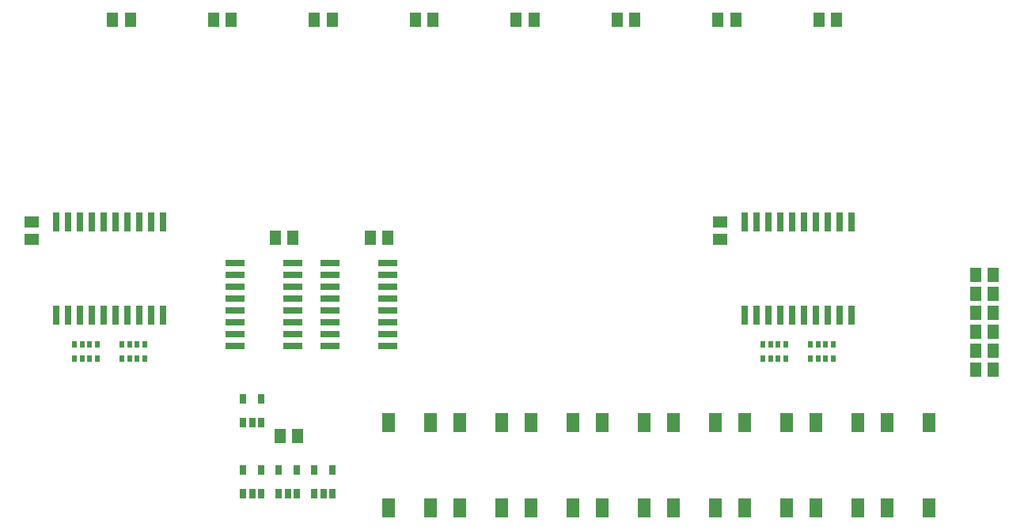
<source format=gbr>
G04 EAGLE Gerber RS-274X export*
G75*
%MOMM*%
%FSLAX34Y34*%
%LPD*%
%INSolderpaste Top*%
%IPPOS*%
%AMOC8*
5,1,8,0,0,1.08239X$1,22.5*%
G01*
%ADD10R,0.690000X0.990000*%
%ADD11R,0.660400X2.032000*%
%ADD12R,2.032000X0.660400*%
%ADD13R,1.300000X1.500000*%
%ADD14R,0.500000X0.800000*%
%ADD15R,1.397000X2.108200*%
%ADD16R,1.500000X1.300000*%


D10*
X346100Y164900D03*
X355600Y164900D03*
X365100Y164900D03*
X365100Y190800D03*
X346100Y190800D03*
D11*
X882650Y279908D03*
X895350Y279908D03*
X908050Y279908D03*
X920750Y279908D03*
X933450Y279908D03*
X946150Y279908D03*
X958850Y279908D03*
X971550Y279908D03*
X971550Y380492D03*
X958850Y380492D03*
X946150Y380492D03*
X933450Y380492D03*
X920750Y380492D03*
X908050Y380492D03*
X895350Y380492D03*
X882650Y380492D03*
X984250Y279908D03*
X996950Y279908D03*
X984250Y380492D03*
X996950Y380492D03*
D10*
X384200Y88700D03*
X393700Y88700D03*
X403200Y88700D03*
X403200Y114600D03*
X384200Y114600D03*
X346100Y88700D03*
X355600Y88700D03*
X365100Y88700D03*
X365100Y114600D03*
X346100Y114600D03*
X422300Y88700D03*
X431800Y88700D03*
X441300Y88700D03*
X441300Y114600D03*
X422300Y114600D03*
D12*
X337566Y336550D03*
X399034Y336550D03*
X337566Y323850D03*
X337566Y311150D03*
X399034Y323850D03*
X399034Y311150D03*
X337566Y298450D03*
X399034Y298450D03*
X337566Y285750D03*
X399034Y285750D03*
X337566Y273050D03*
X337566Y260350D03*
X399034Y273050D03*
X399034Y260350D03*
X337566Y247650D03*
X399034Y247650D03*
X439166Y336550D03*
X500634Y336550D03*
X439166Y323850D03*
X439166Y311150D03*
X500634Y323850D03*
X500634Y311150D03*
X439166Y298450D03*
X500634Y298450D03*
X439166Y285750D03*
X500634Y285750D03*
X439166Y273050D03*
X439166Y260350D03*
X500634Y273050D03*
X500634Y260350D03*
X439166Y247650D03*
X500634Y247650D03*
D11*
X146050Y279908D03*
X158750Y279908D03*
X171450Y279908D03*
X184150Y279908D03*
X196850Y279908D03*
X209550Y279908D03*
X222250Y279908D03*
X234950Y279908D03*
X234950Y380492D03*
X222250Y380492D03*
X209550Y380492D03*
X196850Y380492D03*
X184150Y380492D03*
X171450Y380492D03*
X158750Y380492D03*
X146050Y380492D03*
X247650Y279908D03*
X260350Y279908D03*
X247650Y380492D03*
X260350Y380492D03*
D13*
X1148690Y323850D03*
X1129690Y323850D03*
D14*
X165800Y233800D03*
X173800Y233800D03*
X181800Y233800D03*
X189800Y233800D03*
X189800Y248800D03*
X181800Y248800D03*
X173800Y248800D03*
X165800Y248800D03*
X216600Y233800D03*
X224600Y233800D03*
X232600Y233800D03*
X240600Y233800D03*
X240600Y248800D03*
X232600Y248800D03*
X224600Y248800D03*
X216600Y248800D03*
X902400Y233800D03*
X910400Y233800D03*
X918400Y233800D03*
X926400Y233800D03*
X926400Y248800D03*
X918400Y248800D03*
X910400Y248800D03*
X902400Y248800D03*
X953200Y233800D03*
X961200Y233800D03*
X969200Y233800D03*
X977200Y233800D03*
X977200Y248800D03*
X969200Y248800D03*
X961200Y248800D03*
X953200Y248800D03*
D15*
X501500Y74100D03*
X546100Y74100D03*
X501500Y165100D03*
X546100Y165100D03*
X577700Y74100D03*
X622300Y74100D03*
X577700Y165100D03*
X622300Y165100D03*
X653900Y74100D03*
X698500Y74100D03*
X653900Y165100D03*
X698500Y165100D03*
X730100Y74100D03*
X774700Y74100D03*
X730100Y165100D03*
X774700Y165100D03*
X806300Y74100D03*
X850900Y74100D03*
X806300Y165100D03*
X850900Y165100D03*
X882500Y74100D03*
X927100Y74100D03*
X882500Y165100D03*
X927100Y165100D03*
X958700Y74100D03*
X1003300Y74100D03*
X958700Y165100D03*
X1003300Y165100D03*
X1034900Y74100D03*
X1079500Y74100D03*
X1034900Y165100D03*
X1079500Y165100D03*
D13*
X385470Y151130D03*
X404470Y151130D03*
X399390Y363220D03*
X380390Y363220D03*
X500990Y363220D03*
X481990Y363220D03*
D16*
X119380Y380340D03*
X119380Y361340D03*
X855980Y380340D03*
X855980Y361340D03*
D13*
X225400Y596900D03*
X206400Y596900D03*
X333350Y596900D03*
X314350Y596900D03*
X441300Y596900D03*
X422300Y596900D03*
X549250Y596900D03*
X530250Y596900D03*
X657200Y596900D03*
X638200Y596900D03*
X765150Y596900D03*
X746150Y596900D03*
X873100Y596900D03*
X854100Y596900D03*
X981050Y596900D03*
X962050Y596900D03*
X1148690Y303530D03*
X1129690Y303530D03*
X1148690Y283210D03*
X1129690Y283210D03*
X1148690Y262890D03*
X1129690Y262890D03*
X1148690Y242570D03*
X1129690Y242570D03*
X1148690Y222250D03*
X1129690Y222250D03*
M02*

</source>
